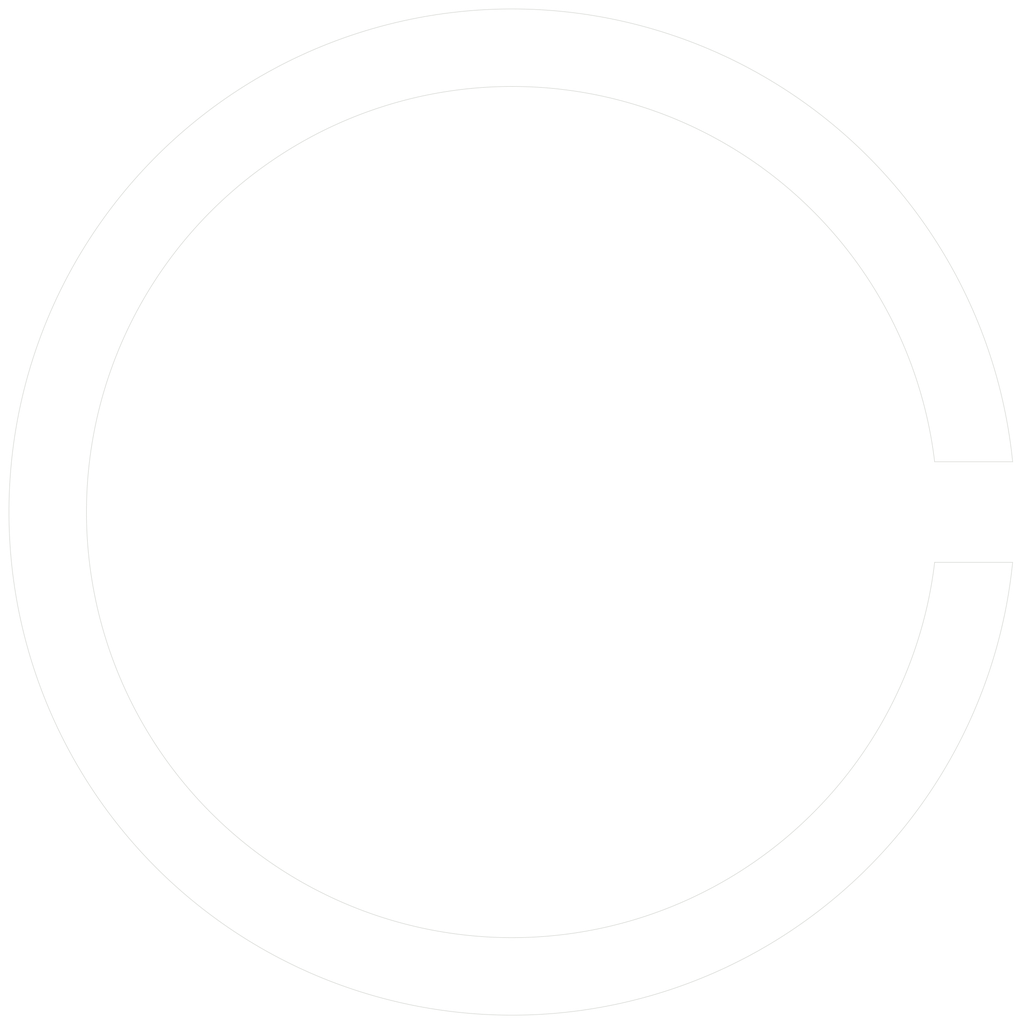
<source format=kicad_pcb>
(kicad_pcb (version 20240108) (generator "pcbnew") (generator_version "8.0")
  (layers (0 "F.Cu" signal) (31 "B.Cu" signal) (34 "B.Paste" user) (35 "F.Paste" user) (36 "B.SilkS" user "B.Silkscreen") (37 "F.SilkS" user "F.Silkscreen") (38 "B.Mask" user) (39 "F.Mask" user) (44 "Edge.Cuts" user))
  (net 0 "")
  (footprint "RevK:Shadow" (layer "F.Cu") (at 100 100)
    (property "Reference" "REF**" (hide yes))
    (property "Value" "Shadow")
  )
  (gr_line (start 142 95) (end 149.749 95) (stroke (width 0.05)) (layer "Edge.Cuts"))
  (gr_arc (start 149.749 105) (mid 50.00037 100) (end 149.749 95) (stroke (width 0.05)) (layer "Edge.Cuts"))
  (gr_line (start 142 105) (end 149.749 105) (stroke (width 0.05)) (layer "Edge.Cuts"))
  (gr_arc (start 141.999999 105) (mid 57.703429 100) (end 141.999999 95) (stroke (width 0.05)) (layer "Edge.Cuts"))
)
</source>
